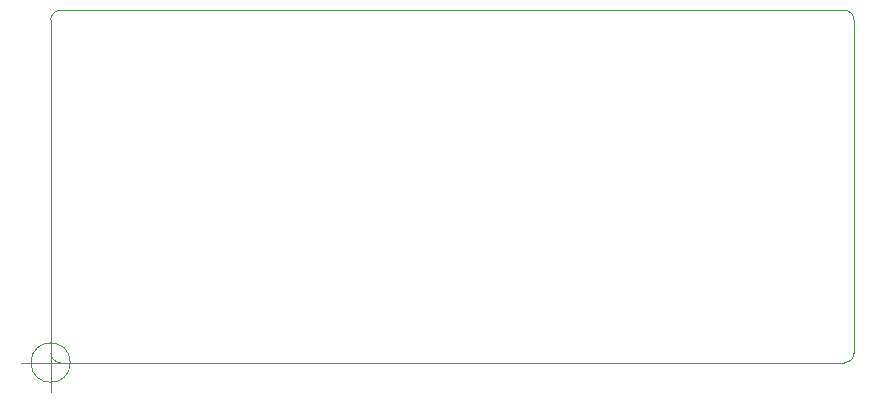
<source format=gm1>
%TF.GenerationSoftware,KiCad,Pcbnew,6.0.3-a3aad9c10e~116~ubuntu20.04.1*%
%TF.CreationDate,2022-03-23T21:19:16+01:00*%
%TF.ProjectId,Smart_Charger,536d6172-745f-4436-9861-726765722e6b,ED A0*%
%TF.SameCoordinates,Original*%
%TF.FileFunction,Profile,NP*%
%FSLAX46Y46*%
G04 Gerber Fmt 4.6, Leading zero omitted, Abs format (unit mm)*
G04 Created by KiCad (PCBNEW 6.0.3-a3aad9c10e~116~ubuntu20.04.1) date 2022-03-23 21:19:16*
%MOMM*%
%LPD*%
G01*
G04 APERTURE LIST*
%TA.AperFunction,Profile*%
%ADD10C,0.100000*%
%TD*%
%TA.AperFunction,Profile*%
%ADD11C,0.050000*%
%TD*%
G04 APERTURE END LIST*
D10*
X110900000Y-97575000D02*
G75*
G03*
X111725000Y-98400000I825000J0D01*
G01*
X178925000Y-69400000D02*
X178925000Y-97575000D01*
X178100000Y-98400000D02*
X111725000Y-98400000D01*
X178100000Y-98400000D02*
G75*
G03*
X178925000Y-97575000I0J825000D01*
G01*
X111725000Y-68575000D02*
G75*
G03*
X110900000Y-69400000I0J-825000D01*
G01*
X111725000Y-68575000D02*
X178100000Y-68575000D01*
X110900000Y-97575000D02*
X110900000Y-69400000D01*
X178925000Y-69400000D02*
G75*
G03*
X178100000Y-68575000I-825000J0D01*
G01*
D11*
X112566666Y-98400000D02*
G75*
G03*
X112566666Y-98400000I-1666666J0D01*
G01*
X108400000Y-98400000D02*
X113400000Y-98400000D01*
X110900000Y-95900000D02*
X110900000Y-100900000D01*
M02*

</source>
